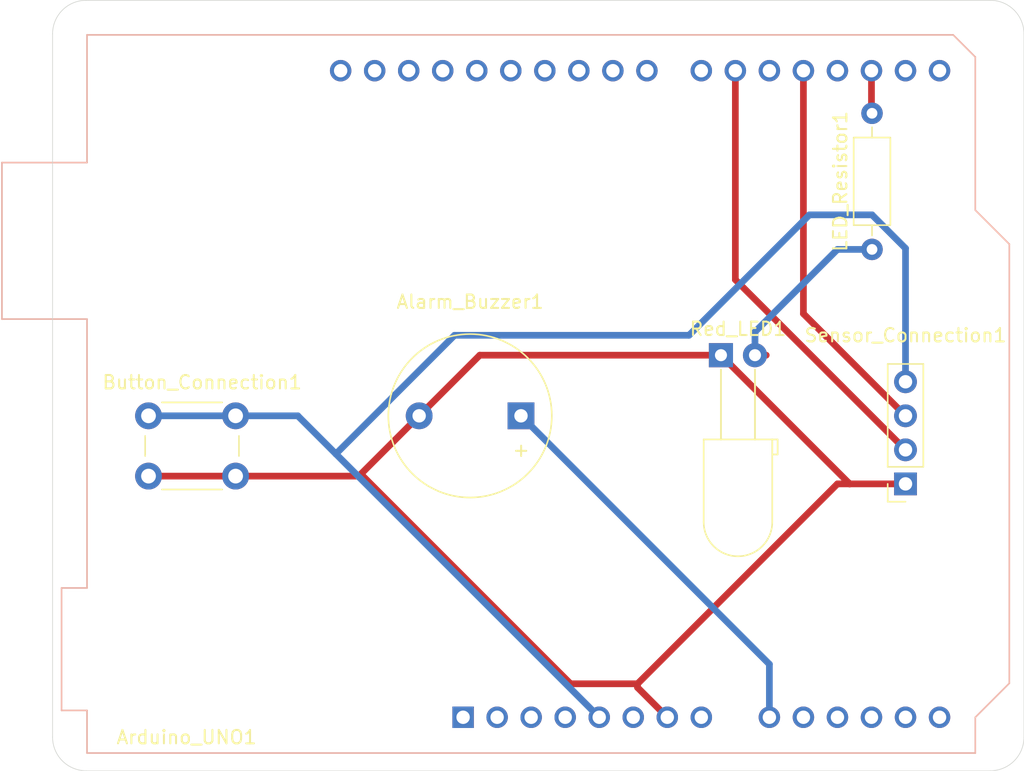
<source format=kicad_pcb>
(kicad_pcb (version 20241229) (generator "pcbnew") (generator_version "9.0")
  (layers (0 "F.Cu" signal) (2 "B.Cu" signal) (13 "F.Paste" user) (15 "B.Paste" user) (5 "F.SilkS" user "F.Silkscreen") (7 "B.SilkS" user "B.Silkscreen") (1 "F.Mask" user) (3 "B.Mask" user) (25 "Edge.Cuts" user))
  (net 0 "")
  (net 1 "/A0")
  (net 2 "/Ground")
  (net 10 "Net-(Arduino_UNO1-D2)")
  (net 15 "/5V Voltage")
  (net 22 "/D6")
  (net 24 "/D4")
  (net 33 "Net-(Red_LED1-A)")
  (footprint "Buzzer_Beeper:Buzzer_12x9.5RM7.6" (layer "F.Cu") (at 102.46 78.51 180)
    (property "Reference" "Alarm_Buzzer1" (at 3.8 8.51 0) (layer "F.SilkS"))
    (property "Value" "Buzzer")
    (fp_circle (center 3.8 0) (end 9.9 0) (stroke (width 0.12)) (fill no) (layer "F.SilkS"))
    (fp_text user "+" (at -0.01 -2.54 0) (layer "F.SilkS"))
    (pad "1" thru_hole rect (at 0 0 180) (size 2 2) (drill 1) (layers "*.Cu" "*.Mask") (net 1 "/A0"))
    (pad "2" thru_hole circle (at 7.6 0 180) (size 2 2) (drill 1) (layers "*.Cu" "*.Mask") (net 2 "/Ground"))
  )
  (footprint "Connector_PinSocket_2.54mm:PinSocket_1x04_P2.54mm_Vertical" (layer "F.Cu") (at 131.16 83.59 180)
    (property "Reference" "Sensor_Connection1" (at 0 11.09 0) (layer "F.SilkS"))
    (property "Value" "Conn_01x04_Socket")
    (fp_line (start 1.33 1.27) (end 1.33 8.95) (stroke (width 0.12)) (layer "F.SilkS"))
    (fp_line (start 1.33 -1.33) (end 1.33 0) (stroke (width 0.12)) (layer "F.SilkS"))
    (fp_line (start 0 -1.33) (end 1.33 -1.33) (stroke (width 0.12)) (layer "F.SilkS"))
    (fp_line (start -1.33 8.95) (end 1.33 8.95) (stroke (width 0.12)) (layer "F.SilkS"))
    (fp_line (start -1.33 1.27) (end 1.33 1.27) (stroke (width 0.12)) (layer "F.SilkS"))
    (fp_line (start -1.33 1.27) (end -1.33 8.95) (stroke (width 0.12)) (layer "F.SilkS"))
    (pad "1" thru_hole rect (at 0 0 180) (size 1.7 1.7) (drill 1) (layers "*.Cu" "*.Mask") (net 2 "/Ground"))
    (pad "2" thru_hole circle (at 0 2.54 180) (size 1.7 1.7) (drill 1) (layers "*.Cu" "*.Mask") (net 22 "/D6"))
    (pad "3" thru_hole circle (at 0 5.08 180) (size 1.7 1.7) (drill 1) (layers "*.Cu" "*.Mask") (net 24 "/D4"))
    (pad "4" thru_hole circle (at 0 7.62 180) (size 1.7 1.7) (drill 1) (layers "*.Cu" "*.Mask") (net 15 "/5V Voltage"))
  )
  (footprint "LED_THT:LED_D5.0mm_Horizontal_O6.35mm_Z9.0mm" (layer "F.Cu") (at 117.385 73.985)
    (property "Reference" "Red_LED1" (at 1.27 -1.96 0) (layer "F.SilkS"))
    (property "Value" "LED")
    (fp_line (start -1.29 6.29) (end -1.29 12.45) (stroke (width 0.12)) (layer "F.SilkS"))
    (fp_line (start -1.29 6.29) (end 3.83 6.29) (stroke (width 0.12)) (layer "F.SilkS"))
    (fp_line (start 0 1.08) (end 0 1.08) (stroke (width 0.12)) (layer "F.SilkS"))
    (fp_line (start 0 1.08) (end 0 6.29) (stroke (width 0.12)) (layer "F.SilkS"))
    (fp_line (start 0 6.29) (end 0 1.08) (stroke (width 0.12)) (layer "F.SilkS"))
    (fp_line (start 0 6.29) (end 0 6.29) (stroke (width 0.12)) (layer "F.SilkS"))
    (fp_line (start 2.54 1.08) (end 2.54 1.08) (stroke (width 0.12)) (layer "F.SilkS"))
    (fp_line (start 2.54 1.08) (end 2.54 6.29) (stroke (width 0.12)) (layer "F.SilkS"))
    (fp_line (start 2.54 6.29) (end 2.54 1.08) (stroke (width 0.12)) (layer "F.SilkS"))
    (fp_line (start 2.54 6.29) (end 2.54 6.29) (stroke (width 0.12)) (layer "F.SilkS"))
    (fp_line (start 3.83 6.29) (end 3.83 12.45) (stroke (width 0.12)) (layer "F.SilkS"))
    (fp_line (start 3.83 6.29) (end 4.23 6.29) (stroke (width 0.12)) (layer "F.SilkS"))
    (fp_line (start 3.83 7.41) (end 3.83 6.29) (stroke (width 0.12)) (layer "F.SilkS"))
    (fp_line (start 4.23 6.29) (end 4.23 7.41) (stroke (width 0.12)) (layer "F.SilkS"))
    (fp_line (start 4.23 7.41) (end 3.83 7.41) (stroke (width 0.12)) (layer "F.SilkS"))
    (fp_arc (start 3.83 12.45) (mid 1.27 15.01) (end -1.29 12.45) (stroke (width 0.12)) (layer "F.SilkS"))
    (pad "1" thru_hole rect (at 0 0) (size 1.8 1.8) (drill 0.9) (layers "*.Cu" "*.Mask") (net 2 "/Ground"))
    (pad "2" thru_hole circle (at 2.54 0) (size 1.8 1.8) (drill 0.9) (layers "*.Cu" "*.Mask") (net 33 "Net-(Red_LED1-A)"))
  )
  (footprint "Button_Switch_THT:SW_PUSH_6mm_H4.3mm" (layer "F.Cu") (at 81.16 83.01 180)
    (property "Reference" "Button_Connection1" (at 2.5 7 180) (layer "F.SilkS"))
    (property "Value" "Conn_01x02_Socket")
    (fp_line (start 6.75 3) (end 6.75 1.5) (stroke (width 0.12)) (layer "F.SilkS"))
    (fp_line (start 5.5 -1) (end 1 -1) (stroke (width 0.12)) (layer "F.SilkS"))
    (fp_line (start 1 5.5) (end 5.5 5.5) (stroke (width 0.12)) (layer "F.SilkS"))
    (fp_line (start -0.25 1.5) (end -0.25 3) (stroke (width 0.12)) (layer "F.SilkS"))
    (pad "1" thru_hole circle (at 0 0 270) (size 2 2) (drill 1.1) (layers "*.Cu" "*.Mask") (net 2 "/Ground"))
    (pad "1" thru_hole circle (at 6.5 0 270) (size 2 2) (drill 1.1) (layers "*.Cu" "*.Mask") (net 2 "/Ground"))
    (pad "2" thru_hole circle (at 0 4.5 270) (size 2 2) (drill 1.1) (layers "*.Cu" "*.Mask") (net 15 "/5V Voltage"))
    (pad "2" thru_hole circle (at 6.5 4.5 270) (size 2 2) (drill 1.1) (layers "*.Cu" "*.Mask") (net 15 "/5V Voltage"))
  )
  (footprint "Resistor_THT:R_Axial_DIN0207_L6.3mm_D2.5mm_P10.16mm_Horizontal" (layer "F.Cu") (at 128.66 66.09 90)
    (property "Reference" "LED_Resistor1" (at 5.08 -2.37 90) (layer "F.SilkS"))
    (property "Value" "R_US")
    (fp_line (start 9.12 0) (end 8.35 0) (stroke (width 0.12)) (layer "F.SilkS"))
    (fp_line (start 1.04 0) (end 1.81 0) (stroke (width 0.12)) (layer "F.SilkS"))
    (fp_rect (start 1.81 -1.37) (end 8.35 1.37) (stroke (width 0.12)) (fill no) (layer "F.SilkS"))
    (pad "1" thru_hole circle (at 0 0 90) (size 1.6 1.6) (drill 0.8) (layers "*.Cu" "*.Mask") (net 33 "Net-(Red_LED1-A)"))
    (pad "2" thru_hole circle (at 10.16 0 90) (size 1.6 1.6) (drill 0.8) (layers "*.Cu" "*.Mask") (net 10 "Net-(Arduino_UNO1-D2)"))
  )
  (footprint "Module:Arduino_UNO_R3" (layer "B.Cu") (at 98.14 101.01)
    (property "Reference" "Arduino_UNO1" (at -20.64 1.49 0) (layer "F.SilkS"))
    (property "Value" "Arduino_UNO_R3")
    (fp_line (start -34.42 -41.4) (end -28.07 -41.4) (stroke (width 0.12)) (layer "B.SilkS"))
    (fp_line (start -34.42 -29.72) (end -34.42 -41.4) (stroke (width 0.12)) (layer "B.SilkS"))
    (fp_line (start -29.97 -9.65) (end -28.07 -9.65) (stroke (width 0.12)) (layer "B.SilkS"))
    (fp_line (start -29.97 -0.51) (end -29.97 -9.65) (stroke (width 0.12)) (layer "B.SilkS"))
    (fp_line (start -28.07 -50.93) (end 36.58 -50.93) (stroke (width 0.12)) (layer "B.SilkS"))
    (fp_line (start -28.07 -41.4) (end -28.07 -50.93) (stroke (width 0.12)) (layer "B.SilkS"))
    (fp_line (start -28.07 -29.72) (end -34.42 -29.72) (stroke (width 0.12)) (layer "B.SilkS"))
    (fp_line (start -28.07 -9.65) (end -28.07 -29.72) (stroke (width 0.12)) (layer "B.SilkS"))
    (fp_line (start -28.07 -0.51) (end -29.97 -0.51) (stroke (width 0.12)) (layer "B.SilkS"))
    (fp_line (start -28.07 2.67) (end -28.07 -0.51) (stroke (width 0.12)) (layer "B.SilkS"))
    (fp_line (start 36.58 -50.93) (end 38.23 -49.28) (stroke (width 0.12)) (layer "B.SilkS"))
    (fp_line (start 38.23 -49.28) (end 38.23 -37.85) (stroke (width 0.12)) (layer "B.SilkS"))
    (fp_line (start 38.23 -37.85) (end 40.77 -35.31) (stroke (width 0.12)) (layer "B.SilkS"))
    (fp_line (start 38.23 0) (end 38.23 2.67) (stroke (width 0.12)) (layer "B.SilkS"))
    (fp_line (start 38.23 2.67) (end -28.07 2.67) (stroke (width 0.12)) (layer "B.SilkS"))
    (fp_line (start 40.77 -35.31) (end 40.77 -2.54) (stroke (width 0.12)) (layer "B.SilkS"))
    (fp_line (start 40.77 -2.54) (end 38.23 0) (stroke (width 0.12)) (layer "B.SilkS"))
    (pad "1" thru_hole rect (at 0 0 270) (size 1.6 1.6) (drill 1) (layers "*.Cu" "*.Mask"))
    (pad "2" thru_hole oval (at 2.54 0 270) (size 1.6 1.6) (drill 1) (layers "*.Cu" "*.Mask"))
    (pad "3" thru_hole oval (at 5.08 0 270) (size 1.6 1.6) (drill 1) (layers "*.Cu" "*.Mask"))
    (pad "4" thru_hole oval (at 7.62 0 270) (size 1.6 1.6) (drill 1) (layers "*.Cu" "*.Mask"))
    (pad "5" thru_hole oval (at 10.16 0 270) (size 1.6 1.6) (drill 1) (layers "*.Cu" "*.Mask") (net 15 "/5V Voltage"))
    (pad "6" thru_hole oval (at 12.7 0 270) (size 1.6 1.6) (drill 1) (layers "*.Cu" "*.Mask"))
    (pad "7" thru_hole oval (at 15.24 0 270) (size 1.6 1.6) (drill 1) (layers "*.Cu" "*.Mask") (net 2 "/Ground"))
    (pad "8" thru_hole oval (at 17.78 0 270) (size 1.6 1.6) (drill 1) (layers "*.Cu" "*.Mask"))
    (pad "9" thru_hole oval (at 22.86 0 270) (size 1.6 1.6) (drill 1) (layers "*.Cu" "*.Mask") (net 1 "/A0"))
    (pad "10" thru_hole oval (at 25.4 0 270) (size 1.6 1.6) (drill 1) (layers "*.Cu" "*.Mask"))
    (pad "11" thru_hole oval (at 27.94 0 270) (size 1.6 1.6) (drill 1) (layers "*.Cu" "*.Mask"))
    (pad "12" thru_hole oval (at 30.48 0 270) (size 1.6 1.6) (drill 1) (layers "*.Cu" "*.Mask"))
    (pad "13" thru_hole oval (at 33.02 0 270) (size 1.6 1.6) (drill 1) (layers "*.Cu" "*.Mask"))
    (pad "14" thru_hole oval (at 35.56 0 270) (size 1.6 1.6) (drill 1) (layers "*.Cu" "*.Mask"))
    (pad "15" thru_hole oval (at 35.56 -48.26 270) (size 1.6 1.6) (drill 1) (layers "*.Cu" "*.Mask"))
    (pad "16" thru_hole oval (at 33.02 -48.26 270) (size 1.6 1.6) (drill 1) (layers "*.Cu" "*.Mask"))
    (pad "17" thru_hole oval (at 30.48 -48.26 270) (size 1.6 1.6) (drill 1) (layers "*.Cu" "*.Mask") (net 10 "Net-(Arduino_UNO1-D2)"))
    (pad "18" thru_hole oval (at 27.94 -48.26 270) (size 1.6 1.6) (drill 1) (layers "*.Cu" "*.Mask"))
    (pad "19" thru_hole oval (at 25.4 -48.26 270) (size 1.6 1.6) (drill 1) (layers "*.Cu" "*.Mask") (net 24 "/D4"))
    (pad "20" thru_hole oval (at 22.86 -48.26 270) (size 1.6 1.6) (drill 1) (layers "*.Cu" "*.Mask"))
    (pad "21" thru_hole oval (at 20.32 -48.26 270) (size 1.6 1.6) (drill 1) (layers "*.Cu" "*.Mask") (net 22 "/D6"))
    (pad "22" thru_hole oval (at 17.78 -48.26 270) (size 1.6 1.6) (drill 1) (layers "*.Cu" "*.Mask"))
    (pad "23" thru_hole oval (at 13.72 -48.26 270) (size 1.6 1.6) (drill 1) (layers "*.Cu" "*.Mask"))
    (pad "24" thru_hole oval (at 11.18 -48.26 270) (size 1.6 1.6) (drill 1) (layers "*.Cu" "*.Mask"))
    (pad "25" thru_hole oval (at 8.64 -48.26 270) (size 1.6 1.6) (drill 1) (layers "*.Cu" "*.Mask"))
    (pad "26" thru_hole oval (at 6.1 -48.26 270) (size 1.6 1.6) (drill 1) (layers "*.Cu" "*.Mask"))
    (pad "27" thru_hole oval (at 3.56 -48.26 270) (size 1.6 1.6) (drill 1) (layers "*.Cu" "*.Mask"))
    (pad "28" thru_hole oval (at 1.02 -48.26 270) (size 1.6 1.6) (drill 1) (layers "*.Cu" "*.Mask"))
    (pad "29" thru_hole oval (at -1.52 -48.26 270) (size 1.6 1.6) (drill 1) (layers "*.Cu" "*.Mask"))
    (pad "30" thru_hole oval (at -4.06 -48.26 270) (size 1.6 1.6) (drill 1) (layers "*.Cu" "*.Mask"))
    (pad "31" thru_hole oval (at -6.6 -48.26 270) (size 1.6 1.6) (drill 1) (layers "*.Cu" "*.Mask"))
    (pad "32" thru_hole oval (at -9.14 -48.26 270) (size 1.6 1.6) (drill 1) (layers "*.Cu" "*.Mask"))
  )
  (gr_arc (start 140 102.5) (mid 139.267767 104.267767) (end 137.5 105) (stroke (width 0.05)) (layer "Edge.Cuts"))
  (gr_arc (start 137.5 47.5) (mid 139.267767 48.232233) (end 140 50) (stroke (width 0.05)) (layer "Edge.Cuts"))
  (gr_line (start 137.5 47.5) (end 70 47.5) (stroke (width 0.05)) (layer "Edge.Cuts"))
  (gr_line (start 140 102.5) (end 140 50) (stroke (width 0.05)) (layer "Edge.Cuts"))
  (gr_arc (start 67.5 50) (mid 68.232233 48.232233) (end 70 47.5) (stroke (width 0.05)) (layer "Edge.Cuts"))
  (gr_line (start 67.5 50) (end 67.5 102.5) (stroke (width 0.05)) (layer "Edge.Cuts"))
  (gr_line (start 70 105) (end 137.5 105) (stroke (width 0.05)) (layer "Edge.Cuts"))
  (gr_arc (start 70 105) (mid 68.232233 104.267767) (end 67.5 102.5) (stroke (width 0.05)) (layer "Edge.Cuts"))
  (segment (start 121.16 101.01) (end 121 101.01) (width 0.5) (layer "F.Cu") (net 1))
  (segment (start 121 97.05) (end 102.46 78.51) (width 0.5) (layer "B.Cu") (net 1))
  (segment (start 121 101.01) (end 121 97.05) (width 0.5) (layer "B.Cu") (net 1))
  (segment (start 90.66 83.01) (end 106.16 98.51) (width 0.5) (layer "F.Cu") (net 2))
  (segment (start 126.99 83.59) (end 126.91 83.51) (width 0.5) (layer "F.Cu") (net 2))
  (segment (start 111.16 98.79) (end 113.38 101.01) (width 0.5) (layer "F.Cu") (net 2))
  (segment (start 126.99 83.59) (end 126.08 83.59) (width 0.5) (layer "F.Cu") (net 2))
  (segment (start 126.99 83.59) (end 117.385 73.985) (width 0.5) (layer "F.Cu") (net 2))
  (segment (start 106.16 98.51) (end 111.16 98.51) (width 0.5) (layer "F.Cu") (net 2))
  (segment (start 90.36 83.01) (end 90.66 83.01) (width 0.5) (layer "F.Cu") (net 2))
  (segment (start 99.385 73.985) (end 94.86 78.51) (width 0.5) (layer "F.Cu") (net 2))
  (segment (start 117.385 73.985) (end 99.385 73.985) (width 0.5) (layer "F.Cu") (net 2))
  (segment (start 81.16 83.01) (end 74.66 83.01) (width 0.5) (layer "F.Cu") (net 2))
  (segment (start 111.16 98.51) (end 111.16 98.79) (width 0.5) (layer "F.Cu") (net 2))
  (segment (start 90.36 83.01) (end 81.16 83.01) (width 0.5) (layer "F.Cu") (net 2))
  (segment (start 126.08 83.59) (end 111.16 98.51) (width 0.5) (layer "F.Cu") (net 2))
  (segment (start 131.16 83.59) (end 126.99 83.59) (width 0.5) (layer "F.Cu") (net 2))
  (segment (start 94.86 78.51) (end 90.36 83.01) (width 0.5) (layer "F.Cu") (net 2))
  (segment (start 128.62 52.75) (end 128.62 55.89) (width 0.5) (layer "F.Cu") (net 10))
  (segment (start 128.62 55.89) (end 128.66 55.93) (width 0.5) (layer "F.Cu") (net 10))
  (segment (start 128.66 63.51) (end 131.16 66.01) (width 0.5) (layer "B.Cu") (net 15))
  (segment (start 88.645 81.355) (end 97.5 72.5) (width 0.5) (layer "B.Cu") (net 15))
  (segment (start 115 72.5) (end 123.99 63.51) (width 0.5) (layer "B.Cu") (net 15))
  (segment (start 88.645 81.355) (end 108.3 101.01) (width 0.5) (layer "B.Cu") (net 15))
  (segment (start 131.16 66.01) (end 131.16 75.97) (width 0.5) (layer "B.Cu") (net 15))
  (segment (start 85.8 78.51) (end 88.645 81.355) (width 0.5) (layer "B.Cu") (net 15))
  (segment (start 74.66 78.51) (end 81.16 78.51) (width 0.5) (layer "B.Cu") (net 15))
  (segment (start 97.5 72.5) (end 115 72.5) (width 0.5) (layer "B.Cu") (net 15))
  (segment (start 123.99 63.51) (end 128.66 63.51) (width 0.5) (layer "B.Cu") (net 15))
  (segment (start 81.16 78.51) (end 85.8 78.51) (width 0.5) (layer "B.Cu") (net 15))
  (segment (start 118.46 68.35) (end 118.46 52.75) (width 0.5) (layer "F.Cu") (net 22))
  (segment (start 131.16 81.05) (end 118.46 68.35) (width 0.5) (layer "F.Cu") (net 22))
  (segment (start 123.54 52.75) (end 123.54 70.89) (width 0.5) (layer "F.Cu") (net 24))
  (segment (start 123.54 70.89) (end 131.16 78.51) (width 0.5) (layer "F.Cu") (net 24))
  (segment (start 120.765 73.985) (end 119.925 73.985) (width 0.5) (layer "F.Cu") (net 33))
  (segment (start 126.08 66.09) (end 128.66 66.09) (width 0.5) (layer "B.Cu") (net 33))
  (segment (start 119.925 72.245) (end 126.08 66.09) (width 0.5) (layer "B.Cu") (net 33))
  (segment (start 119.925 73.985) (end 119.925 72.245) (width 0.5) (layer "B.Cu") (net 33))
)
</source>
